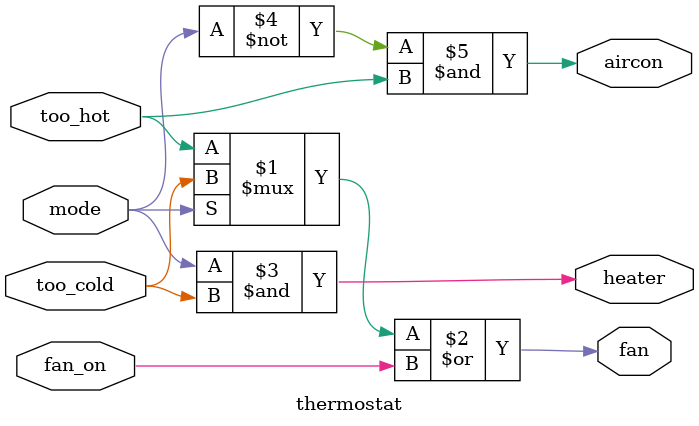
<source format=v>
module thermostat(
	input mode,
	input too_cold, 
	input too_hot,
	input fan_on,
	output heater,
	output aircon,
	output fan
);
 	
	assign fan = (mode ? too_cold : too_hot) | fan_on;
	assign heater = (mode & too_cold);
	assign aircon = (~mode & too_hot);
	
endmodule
</source>
